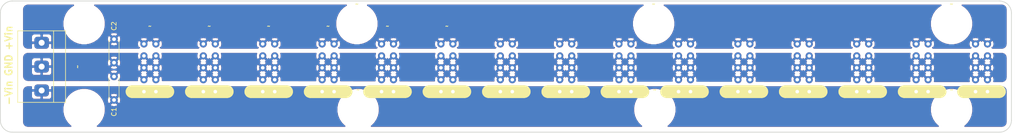
<source format=kicad_pcb>
(kicad_pcb (version 20171130) (host pcbnew "(5.1.0)-1")
  (layers (0 F.Cu signal) (31 B.Cu signal) (34 B.Paste user) (35 F.Paste user) (36 B.SilkS user) (37 F.SilkS user) (38 B.Mask user) (39 F.Mask user) (44 Edge.Cuts user))
  (net 0 "")
  (net 1 -12V)
  (net 2 GND)
  (net 3 +12V)
  (module KraakenStuff:MountingHole_3.2mm_M3_with_clearance (layer F.Cu) (at 39.37 27.686)
    (fp_text reference "" (at 0 -4.2) (layer F.SilkS))
    (fp_text value MountingHole_3.2mm_M3_with_clearance)
    (pad "" np_thru_hole circle (at 0 0) (size 3.2 3.2) (drill 3.2) (layers *.Cu *.Mask) (clearance 2.8))
  )
  (module KraakenStuff:MountingHole_3.2mm_M3_with_clearance (layer F.Cu) (at 39.37 45.974)
    (fp_text reference "" (at 0 -4.2) (layer F.SilkS))
    (fp_text value MountingHole_3.2mm_M3_with_clearance)
    (pad "" np_thru_hole circle (at 0 0) (size 3.2 3.2) (drill 3.2) (layers *.Cu *.Mask) (clearance 2.8))
  )
  (module KraakenStuff:MountingHole_3.2mm_M3_with_clearance (layer F.Cu) (at 223.52 45.974)
    (fp_text reference ~ (at 0 -4.2) (layer F.SilkS))
    (fp_text value MountingHole_3.2mm_M3_with_clearance)
    (pad "" np_thru_hole circle (at 0 0) (size 3.2 3.2) (drill 3.2) (layers *.Cu *.Mask) (clearance 2.8))
  )
  (module KraakenStuff:MountingHole_3.2mm_M3_with_clearance (layer F.Cu) (at 160.528 45.974)
    (fp_text reference ~ (at 0 -4.2) (layer F.SilkS))
    (fp_text value MountingHole_3.2mm_M3_with_clearance)
    (pad "" np_thru_hole circle (at 0 0) (size 3.2 3.2) (drill 3.2) (layers *.Cu *.Mask) (clearance 2.8))
  )
  (module KraakenStuff:MountingHole_3.2mm_M3_with_clearance (layer F.Cu) (at 97.536 45.974)
    (fp_text reference ~ (at 0 -4.2) (layer F.SilkS))
    (fp_text value MountingHole_3.2mm_M3_with_clearance)
    (pad "" np_thru_hole circle (at 0 0) (size 3.2 3.2) (drill 3.2) (layers *.Cu *.Mask) (clearance 2.8))
  )
  (module KraakenStuff:MountingHole_3.2mm_M3_with_clearance (layer F.Cu) (at 223.52 27.686)
    (fp_text reference ~ (at 0 -4.2) (layer F.SilkS))
    (fp_text value MountingHole_3.2mm_M3_with_clearance)
    (pad "" np_thru_hole circle (at 0 0) (size 3.2 3.2) (drill 3.2) (layers *.Cu *.Mask) (clearance 2.8))
  )
  (module KraakenStuff:MountingHole_3.2mm_M3_with_clearance (layer F.Cu) (at 160.274 27.686)
    (fp_text reference ~ (at 0 -4.2) (layer F.SilkS))
    (fp_text value MountingHole_3.2mm_M3_with_clearance)
    (pad "" np_thru_hole circle (at 0 0) (size 3.2 3.2) (drill 3.2) (layers *.Cu *.Mask) (clearance 2.8))
  )
  (module KraakenStuff:MountingHole_3.2mm_M3_with_clearance (layer F.Cu) (at 97.282 27.686)
    (fp_text reference ~ (at 0 -4.2) (layer F.SilkS))
    (fp_text value MountingHole_3.2mm_M3_with_clearance)
    (pad "" np_thru_hole circle (at 0 0) (size 3.2 3.2) (drill 3.2) (layers *.Cu *.Mask) (clearance 2.8))
  )
  (module KraakenStuff:EuroHeader10 (layer F.Cu) (at 116.386425 37.084 180)
    (fp_text reference ~ (at 0 8.89 180) (layer F.SilkS))
    (fp_text value EuroPower)
    (fp_poly (pts (xy -3.84048 -6.36524) (xy 3.92684 -6.36524) (xy 4.59232 -6.08076) (xy 5.02412 -5.51688) (xy 5.07492 -4.84632) (xy 4.72948 -4.22656) (xy 4.2672 -3.87096) (xy 3.69316 -3.82016) (xy -4.02844 -3.83032) (xy -4.572 -4.064) (xy -5.00888 -4.62788) (xy -5.07492 -5.27304) (xy -4.84124 -5.842) (xy -4.33832 -6.23824) (xy -3.81508 -6.36524)) (layer F.SilkS) (width 0.1))
    (fp_arc (start -3.81 -5.08) (end -3.81 -6.35) (angle -180) (layer F.SilkS) (width 0.15))
    (fp_arc (start 3.81 -5.08) (end 3.81 -3.81) (angle -180) (layer F.SilkS) (width 0.15))
    (fp_line (start 3.81 -3.81) (end -3.81 -3.81) (layer F.SilkS) (width 0.15))
    (fp_line (start -3.81 -6.35) (end 3.81 -6.35) (layer F.SilkS) (width 0.15))
    (pad 10 thru_hole circle (at 1.27 5.08 180) (size 1.524 1.524) (drill 0.762) (layers *.Cu *.Mask) (net 3 +12V))
    (pad 9 thru_hole circle (at -1.27 5.08 180) (size 1.524 1.524) (drill 0.762) (layers *.Cu *.Mask) (net 3 +12V))
    (pad 8 thru_hole circle (at 1.27 2.54 180) (size 1.524 1.524) (drill 0.762) (layers *.Cu *.Mask) (net 2 GND))
    (pad 7 thru_hole circle (at -1.27 2.54 180) (size 1.524 1.524) (drill 0.762) (layers *.Cu *.Mask) (net 2 GND))
    (pad 6 thru_hole circle (at 1.27 0 180) (size 1.524 1.524) (drill 0.762) (layers *.Cu *.Mask) (net 2 GND))
    (pad 5 thru_hole circle (at -1.27 0 180) (size 1.524 1.524) (drill 0.762) (layers *.Cu *.Mask) (net 2 GND))
    (pad 4 thru_hole circle (at 1.27 -2.54 180) (size 1.524 1.524) (drill 0.762) (layers *.Cu *.Mask) (net 2 GND))
    (pad 3 thru_hole circle (at -1.27 -2.54 180) (size 1.524 1.524) (drill 0.762) (layers *.Cu *.Mask) (net 2 GND))
    (pad 2 thru_hole circle (at 1.27 -5.08 180) (size 1.524 1.524) (drill 0.762) (layers *.Cu *.Mask) (net 1 -12V))
    (pad 1 thru_hole rect (at -1.27 -5.08 180) (size 1.524 1.524) (drill 0.762) (layers *.Cu *.Mask) (net 1 -12V))
  )
  (module KraakenStuff:EuroHeader10 (layer F.Cu) (at 78.55857 37.084 180)
    (fp_text reference ~ (at 0 8.89 180) (layer F.SilkS))
    (fp_text value EuroPower)
    (fp_poly (pts (xy -3.84048 -6.36524) (xy 3.92684 -6.36524) (xy 4.59232 -6.08076) (xy 5.02412 -5.51688) (xy 5.07492 -4.84632) (xy 4.72948 -4.22656) (xy 4.2672 -3.87096) (xy 3.69316 -3.82016) (xy -4.02844 -3.83032) (xy -4.572 -4.064) (xy -5.00888 -4.62788) (xy -5.07492 -5.27304) (xy -4.84124 -5.842) (xy -4.33832 -6.23824) (xy -3.81508 -6.36524)) (layer F.SilkS) (width 0.1))
    (fp_arc (start -3.81 -5.08) (end -3.81 -6.35) (angle -180) (layer F.SilkS) (width 0.15))
    (fp_arc (start 3.81 -5.08) (end 3.81 -3.81) (angle -180) (layer F.SilkS) (width 0.15))
    (fp_line (start 3.81 -3.81) (end -3.81 -3.81) (layer F.SilkS) (width 0.15))
    (fp_line (start -3.81 -6.35) (end 3.81 -6.35) (layer F.SilkS) (width 0.15))
    (pad 10 thru_hole circle (at 1.27 5.08 180) (size 1.524 1.524) (drill 0.762) (layers *.Cu *.Mask) (net 3 +12V))
    (pad 9 thru_hole circle (at -1.27 5.08 180) (size 1.524 1.524) (drill 0.762) (layers *.Cu *.Mask) (net 3 +12V))
    (pad 8 thru_hole circle (at 1.27 2.54 180) (size 1.524 1.524) (drill 0.762) (layers *.Cu *.Mask) (net 2 GND))
    (pad 7 thru_hole circle (at -1.27 2.54 180) (size 1.524 1.524) (drill 0.762) (layers *.Cu *.Mask) (net 2 GND))
    (pad 6 thru_hole circle (at 1.27 0 180) (size 1.524 1.524) (drill 0.762) (layers *.Cu *.Mask) (net 2 GND))
    (pad 5 thru_hole circle (at -1.27 0 180) (size 1.524 1.524) (drill 0.762) (layers *.Cu *.Mask) (net 2 GND))
    (pad 4 thru_hole circle (at 1.27 -2.54 180) (size 1.524 1.524) (drill 0.762) (layers *.Cu *.Mask) (net 2 GND))
    (pad 3 thru_hole circle (at -1.27 -2.54 180) (size 1.524 1.524) (drill 0.762) (layers *.Cu *.Mask) (net 2 GND))
    (pad 2 thru_hole circle (at 1.27 -5.08 180) (size 1.524 1.524) (drill 0.762) (layers *.Cu *.Mask) (net 1 -12V))
    (pad 1 thru_hole rect (at -1.27 -5.08 180) (size 1.524 1.524) (drill 0.762) (layers *.Cu *.Mask) (net 1 -12V))
  )
  (module KraakenStuff:EuroHeader10 (layer F.Cu) (at 91.167855 37.084 180)
    (fp_text reference ~ (at 0 8.89 180) (layer F.SilkS))
    (fp_text value EuroPower)
    (fp_poly (pts (xy -3.84048 -6.36524) (xy 3.92684 -6.36524) (xy 4.59232 -6.08076) (xy 5.02412 -5.51688) (xy 5.07492 -4.84632) (xy 4.72948 -4.22656) (xy 4.2672 -3.87096) (xy 3.69316 -3.82016) (xy -4.02844 -3.83032) (xy -4.572 -4.064) (xy -5.00888 -4.62788) (xy -5.07492 -5.27304) (xy -4.84124 -5.842) (xy -4.33832 -6.23824) (xy -3.81508 -6.36524)) (layer F.SilkS) (width 0.1))
    (fp_arc (start -3.81 -5.08) (end -3.81 -6.35) (angle -180) (layer F.SilkS) (width 0.15))
    (fp_arc (start 3.81 -5.08) (end 3.81 -3.81) (angle -180) (layer F.SilkS) (width 0.15))
    (fp_line (start 3.81 -3.81) (end -3.81 -3.81) (layer F.SilkS) (width 0.15))
    (fp_line (start -3.81 -6.35) (end 3.81 -6.35) (layer F.SilkS) (width 0.15))
    (pad 10 thru_hole circle (at 1.27 5.08 180) (size 1.524 1.524) (drill 0.762) (layers *.Cu *.Mask) (net 3 +12V))
    (pad 9 thru_hole circle (at -1.27 5.08 180) (size 1.524 1.524) (drill 0.762) (layers *.Cu *.Mask) (net 3 +12V))
    (pad 8 thru_hole circle (at 1.27 2.54 180) (size 1.524 1.524) (drill 0.762) (layers *.Cu *.Mask) (net 2 GND))
    (pad 7 thru_hole circle (at -1.27 2.54 180) (size 1.524 1.524) (drill 0.762) (layers *.Cu *.Mask) (net 2 GND))
    (pad 6 thru_hole circle (at 1.27 0 180) (size 1.524 1.524) (drill 0.762) (layers *.Cu *.Mask) (net 2 GND))
    (pad 5 thru_hole circle (at -1.27 0 180) (size 1.524 1.524) (drill 0.762) (layers *.Cu *.Mask) (net 2 GND))
    (pad 4 thru_hole circle (at 1.27 -2.54 180) (size 1.524 1.524) (drill 0.762) (layers *.Cu *.Mask) (net 2 GND))
    (pad 3 thru_hole circle (at -1.27 -2.54 180) (size 1.524 1.524) (drill 0.762) (layers *.Cu *.Mask) (net 2 GND))
    (pad 2 thru_hole circle (at 1.27 -5.08 180) (size 1.524 1.524) (drill 0.762) (layers *.Cu *.Mask) (net 1 -12V))
    (pad 1 thru_hole rect (at -1.27 -5.08 180) (size 1.524 1.524) (drill 0.762) (layers *.Cu *.Mask) (net 1 -12V))
  )
  (module KraakenStuff:EuroHeader10 (layer F.Cu) (at 65.949285 37.084 180)
    (fp_text reference ~ (at 0 8.89 180) (layer F.SilkS))
    (fp_text value EuroPower)
    (fp_poly (pts (xy -3.84048 -6.36524) (xy 3.92684 -6.36524) (xy 4.59232 -6.08076) (xy 5.02412 -5.51688) (xy 5.07492 -4.84632) (xy 4.72948 -4.22656) (xy 4.2672 -3.87096) (xy 3.69316 -3.82016) (xy -4.02844 -3.83032) (xy -4.572 -4.064) (xy -5.00888 -4.62788) (xy -5.07492 -5.27304) (xy -4.84124 -5.842) (xy -4.33832 -6.23824) (xy -3.81508 -6.36524)) (layer F.SilkS) (width 0.1))
    (fp_arc (start -3.81 -5.08) (end -3.81 -6.35) (angle -180) (layer F.SilkS) (width 0.15))
    (fp_arc (start 3.81 -5.08) (end 3.81 -3.81) (angle -180) (layer F.SilkS) (width 0.15))
    (fp_line (start 3.81 -3.81) (end -3.81 -3.81) (layer F.SilkS) (width 0.15))
    (fp_line (start -3.81 -6.35) (end 3.81 -6.35) (layer F.SilkS) (width 0.15))
    (pad 10 thru_hole circle (at 1.27 5.08 180) (size 1.524 1.524) (drill 0.762) (layers *.Cu *.Mask) (net 3 +12V))
    (pad 9 thru_hole circle (at -1.27 5.08 180) (size 1.524 1.524) (drill 0.762) (layers *.Cu *.Mask) (net 3 +12V))
    (pad 8 thru_hole circle (at 1.27 2.54 180) (size 1.524 1.524) (drill 0.762) (layers *.Cu *.Mask) (net 2 GND))
    (pad 7 thru_hole circle (at -1.27 2.54 180) (size 1.524 1.524) (drill 0.762) (layers *.Cu *.Mask) (net 2 GND))
    (pad 6 thru_hole circle (at 1.27 0 180) (size 1.524 1.524) (drill 0.762) (layers *.Cu *.Mask) (net 2 GND))
    (pad 5 thru_hole circle (at -1.27 0 180) (size 1.524 1.524) (drill 0.762) (layers *.Cu *.Mask) (net 2 GND))
    (pad 4 thru_hole circle (at 1.27 -2.54 180) (size 1.524 1.524) (drill 0.762) (layers *.Cu *.Mask) (net 2 GND))
    (pad 3 thru_hole circle (at -1.27 -2.54 180) (size 1.524 1.524) (drill 0.762) (layers *.Cu *.Mask) (net 2 GND))
    (pad 2 thru_hole circle (at 1.27 -5.08 180) (size 1.524 1.524) (drill 0.762) (layers *.Cu *.Mask) (net 1 -12V))
    (pad 1 thru_hole rect (at -1.27 -5.08 180) (size 1.524 1.524) (drill 0.762) (layers *.Cu *.Mask) (net 1 -12V))
  )
  (module KraakenStuff:EuroHeader10 (layer F.Cu) (at 53.34 37.084 180)
    (fp_text reference ~ (at 0 8.89 180) (layer F.SilkS))
    (fp_text value EuroPower)
    (fp_poly (pts (xy -3.84048 -6.36524) (xy 3.92684 -6.36524) (xy 4.59232 -6.08076) (xy 5.02412 -5.51688) (xy 5.07492 -4.84632) (xy 4.72948 -4.22656) (xy 4.2672 -3.87096) (xy 3.69316 -3.82016) (xy -4.02844 -3.83032) (xy -4.572 -4.064) (xy -5.00888 -4.62788) (xy -5.07492 -5.27304) (xy -4.84124 -5.842) (xy -4.33832 -6.23824) (xy -3.81508 -6.36524)) (layer F.SilkS) (width 0.1))
    (fp_arc (start -3.81 -5.08) (end -3.81 -6.35) (angle -180) (layer F.SilkS) (width 0.15))
    (fp_arc (start 3.81 -5.08) (end 3.81 -3.81) (angle -180) (layer F.SilkS) (width 0.15))
    (fp_line (start 3.81 -3.81) (end -3.81 -3.81) (layer F.SilkS) (width 0.15))
    (fp_line (start -3.81 -6.35) (end 3.81 -6.35) (layer F.SilkS) (width 0.15))
    (pad 10 thru_hole circle (at 1.27 5.08 180) (size 1.524 1.524) (drill 0.762) (layers *.Cu *.Mask) (net 3 +12V))
    (pad 9 thru_hole circle (at -1.27 5.08 180) (size 1.524 1.524) (drill 0.762) (layers *.Cu *.Mask) (net 3 +12V))
    (pad 8 thru_hole circle (at 1.27 2.54 180) (size 1.524 1.524) (drill 0.762) (layers *.Cu *.Mask) (net 2 GND))
    (pad 7 thru_hole circle (at -1.27 2.54 180) (size 1.524 1.524) (drill 0.762) (layers *.Cu *.Mask) (net 2 GND))
    (pad 6 thru_hole circle (at 1.27 0 180) (size 1.524 1.524) (drill 0.762) (layers *.Cu *.Mask) (net 2 GND))
    (pad 5 thru_hole circle (at -1.27 0 180) (size 1.524 1.524) (drill 0.762) (layers *.Cu *.Mask) (net 2 GND))
    (pad 4 thru_hole circle (at 1.27 -2.54 180) (size 1.524 1.524) (drill 0.762) (layers *.Cu *.Mask) (net 2 GND))
    (pad 3 thru_hole circle (at -1.27 -2.54 180) (size 1.524 1.524) (drill 0.762) (layers *.Cu *.Mask) (net 2 GND))
    (pad 2 thru_hole circle (at 1.27 -5.08 180) (size 1.524 1.524) (drill 0.762) (layers *.Cu *.Mask) (net 1 -12V))
    (pad 1 thru_hole rect (at -1.27 -5.08 180) (size 1.524 1.524) (drill 0.762) (layers *.Cu *.Mask) (net 1 -12V))
  )
  (module KraakenStuff:EuroHeader10 (layer F.Cu) (at 103.77714 37.084 180)
    (fp_text reference ~ (at 0 8.89 180) (layer F.SilkS))
    (fp_text value EuroPower)
    (fp_poly (pts (xy -3.84048 -6.36524) (xy 3.92684 -6.36524) (xy 4.59232 -6.08076) (xy 5.02412 -5.51688) (xy 5.07492 -4.84632) (xy 4.72948 -4.22656) (xy 4.2672 -3.87096) (xy 3.69316 -3.82016) (xy -4.02844 -3.83032) (xy -4.572 -4.064) (xy -5.00888 -4.62788) (xy -5.07492 -5.27304) (xy -4.84124 -5.842) (xy -4.33832 -6.23824) (xy -3.81508 -6.36524)) (layer F.SilkS) (width 0.1))
    (fp_arc (start -3.81 -5.08) (end -3.81 -6.35) (angle -180) (layer F.SilkS) (width 0.15))
    (fp_arc (start 3.81 -5.08) (end 3.81 -3.81) (angle -180) (layer F.SilkS) (width 0.15))
    (fp_line (start 3.81 -3.81) (end -3.81 -3.81) (layer F.SilkS) (width 0.15))
    (fp_line (start -3.81 -6.35) (end 3.81 -6.35) (layer F.SilkS) (width 0.15))
    (pad 10 thru_hole circle (at 1.27 5.08 180) (size 1.524 1.524) (drill 0.762) (layers *.Cu *.Mask) (net 3 +12V))
    (pad 9 thru_hole circle (at -1.27 5.08 180) (size 1.524 1.524) (drill 0.762) (layers *.Cu *.Mask) (net 3 +12V))
    (pad 8 thru_hole circle (at 1.27 2.54 180) (size 1.524 1.524) (drill 0.762) (layers *.Cu *.Mask) (net 2 GND))
    (pad 7 thru_hole circle (at -1.27 2.54 180) (size 1.524 1.524) (drill 0.762) (layers *.Cu *.Mask) (net 2 GND))
    (pad 6 thru_hole circle (at 1.27 0 180) (size 1.524 1.524) (drill 0.762) (layers *.Cu *.Mask) (net 2 GND))
    (pad 5 thru_hole circle (at -1.27 0 180) (size 1.524 1.524) (drill 0.762) (layers *.Cu *.Mask) (net 2 GND))
    (pad 4 thru_hole circle (at 1.27 -2.54 180) (size 1.524 1.524) (drill 0.762) (layers *.Cu *.Mask) (net 2 GND))
    (pad 3 thru_hole circle (at -1.27 -2.54 180) (size 1.524 1.524) (drill 0.762) (layers *.Cu *.Mask) (net 2 GND))
    (pad 2 thru_hole circle (at 1.27 -5.08 180) (size 1.524 1.524) (drill 0.762) (layers *.Cu *.Mask) (net 1 -12V))
    (pad 1 thru_hole rect (at -1.27 -5.08 180) (size 1.524 1.524) (drill 0.762) (layers *.Cu *.Mask) (net 1 -12V))
  )
  (module KraakenStuff:EuroHeader10 (layer F.Cu) (at 128.99571 37.084 180)
    (fp_text reference "" (at 0 8.89 180) (layer F.SilkS))
    (fp_text value EuroPower)
    (fp_poly (pts (xy -3.84048 -6.36524) (xy 3.92684 -6.36524) (xy 4.59232 -6.08076) (xy 5.02412 -5.51688) (xy 5.07492 -4.84632) (xy 4.72948 -4.22656) (xy 4.2672 -3.87096) (xy 3.69316 -3.82016) (xy -4.02844 -3.83032) (xy -4.572 -4.064) (xy -5.00888 -4.62788) (xy -5.07492 -5.27304) (xy -4.84124 -5.842) (xy -4.33832 -6.23824) (xy -3.81508 -6.36524)) (layer F.SilkS) (width 0.1))
    (fp_arc (start -3.81 -5.08) (end -3.81 -6.35) (angle -180) (layer F.SilkS) (width 0.15))
    (fp_arc (start 3.81 -5.08) (end 3.81 -3.81) (angle -180) (layer F.SilkS) (width 0.15))
    (fp_line (start 3.81 -3.81) (end -3.81 -3.81) (layer F.SilkS) (width 0.15))
    (fp_line (start -3.81 -6.35) (end 3.81 -6.35) (layer F.SilkS) (width 0.15))
    (pad 10 thru_hole circle (at 1.27 5.08 180) (size 1.524 1.524) (drill 0.762) (layers *.Cu *.Mask) (net 3 +12V))
    (pad 9 thru_hole circle (at -1.27 5.08 180) (size 1.524 1.524) (drill 0.762) (layers *.Cu *.Mask) (net 3 +12V))
    (pad 8 thru_hole circle (at 1.27 2.54 180) (size 1.524 1.524) (drill 0.762) (layers *.Cu *.Mask) (net 2 GND))
    (pad 7 thru_hole circle (at -1.27 2.54 180) (size 1.524 1.524) (drill 0.762) (layers *.Cu *.Mask) (net 2 GND))
    (pad 6 thru_hole circle (at 1.27 0 180) (size 1.524 1.524) (drill 0.762) (layers *.Cu *.Mask) (net 2 GND))
    (pad 5 thru_hole circle (at -1.27 0 180) (size 1.524 1.524) (drill 0.762) (layers *.Cu *.Mask) (net 2 GND))
    (pad 4 thru_hole circle (at 1.27 -2.54 180) (size 1.524 1.524) (drill 0.762) (layers *.Cu *.Mask) (net 2 GND))
    (pad 3 thru_hole circle (at -1.27 -2.54 180) (size 1.524 1.524) (drill 0.762) (layers *.Cu *.Mask) (net 2 GND))
    (pad 2 thru_hole circle (at 1.27 -5.08 180) (size 1.524 1.524) (drill 0.762) (layers *.Cu *.Mask) (net 1 -12V))
    (pad 1 thru_hole rect (at -1.27 -5.08 180) (size 1.524 1.524) (drill 0.762) (layers *.Cu *.Mask) (net 1 -12V))
  )
  (module KraakenStuff:EuroHeader10 (layer F.Cu) (at 141.604995 37.084 180)
    (fp_text reference "" (at 0 8.89 180) (layer F.SilkS))
    (fp_text value EuroPower)
    (fp_poly (pts (xy -3.84048 -6.36524) (xy 3.92684 -6.36524) (xy 4.59232 -6.08076) (xy 5.02412 -5.51688) (xy 5.07492 -4.84632) (xy 4.72948 -4.22656) (xy 4.2672 -3.87096) (xy 3.69316 -3.82016) (xy -4.02844 -3.83032) (xy -4.572 -4.064) (xy -5.00888 -4.62788) (xy -5.07492 -5.27304) (xy -4.84124 -5.842) (xy -4.33832 -6.23824) (xy -3.81508 -6.36524)) (layer F.SilkS) (width 0.1))
    (fp_arc (start -3.81 -5.08) (end -3.81 -6.35) (angle -180) (layer F.SilkS) (width 0.15))
    (fp_arc (start 3.81 -5.08) (end 3.81 -3.81) (angle -180) (layer F.SilkS) (width 0.15))
    (fp_line (start 3.81 -3.81) (end -3.81 -3.81) (layer F.SilkS) (width 0.15))
    (fp_line (start -3.81 -6.35) (end 3.81 -6.35) (layer F.SilkS) (width 0.15))
    (pad 10 thru_hole circle (at 1.27 5.08 180) (size 1.524 1.524) (drill 0.762) (layers *.Cu *.Mask) (net 3 +12V))
    (pad 9 thru_hole circle (at -1.27 5.08 180) (size 1.524 1.524) (drill 0.762) (layers *.Cu *.Mask) (net 3 +12V))
    (pad 8 thru_hole circle (at 1.27 2.54 180) (size 1.524 1.524) (drill 0.762) (layers *.Cu *.Mask) (net 2 GND))
    (pad 7 thru_hole circle (at -1.27 2.54 180) (size 1.524 1.524) (drill 0.762) (layers *.Cu *.Mask) (net 2 GND))
    (pad 6 thru_hole circle (at 1.27 0 180) (size 1.524 1.524) (drill 0.762) (layers *.Cu *.Mask) (net 2 GND))
    (pad 5 thru_hole circle (at -1.27 0 180) (size 1.524 1.524) (drill 0.762) (layers *.Cu *.Mask) (net 2 GND))
    (pad 4 thru_hole circle (at 1.27 -2.54 180) (size 1.524 1.524) (drill 0.762) (layers *.Cu *.Mask) (net 2 GND))
    (pad 3 thru_hole circle (at -1.27 -2.54 180) (size 1.524 1.524) (drill 0.762) (layers *.Cu *.Mask) (net 2 GND))
    (pad 2 thru_hole circle (at 1.27 -5.08 180) (size 1.524 1.524) (drill 0.762) (layers *.Cu *.Mask) (net 1 -12V))
    (pad 1 thru_hole rect (at -1.27 -5.08 180) (size 1.524 1.524) (drill 0.762) (layers *.Cu *.Mask) (net 1 -12V))
  )
  (module KraakenStuff:EuroHeader10 (layer F.Cu) (at 166.823565 37.084 180)
    (fp_text reference "" (at 0 8.89 180) (layer F.SilkS))
    (fp_text value EuroPower)
    (fp_poly (pts (xy -3.84048 -6.36524) (xy 3.92684 -6.36524) (xy 4.59232 -6.08076) (xy 5.02412 -5.51688) (xy 5.07492 -4.84632) (xy 4.72948 -4.22656) (xy 4.2672 -3.87096) (xy 3.69316 -3.82016) (xy -4.02844 -3.83032) (xy -4.572 -4.064) (xy -5.00888 -4.62788) (xy -5.07492 -5.27304) (xy -4.84124 -5.842) (xy -4.33832 -6.23824) (xy -3.81508 -6.36524)) (layer F.SilkS) (width 0.1))
    (fp_arc (start -3.81 -5.08) (end -3.81 -6.35) (angle -180) (layer F.SilkS) (width 0.15))
    (fp_arc (start 3.81 -5.08) (end 3.81 -3.81) (angle -180) (layer F.SilkS) (width 0.15))
    (fp_line (start 3.81 -3.81) (end -3.81 -3.81) (layer F.SilkS) (width 0.15))
    (fp_line (start -3.81 -6.35) (end 3.81 -6.35) (layer F.SilkS) (width 0.15))
    (pad 10 thru_hole circle (at 1.27 5.08 180) (size 1.524 1.524) (drill 0.762) (layers *.Cu *.Mask) (net 3 +12V))
    (pad 9 thru_hole circle (at -1.27 5.08 180) (size 1.524 1.524) (drill 0.762) (layers *.Cu *.Mask) (net 3 +12V))
    (pad 8 thru_hole circle (at 1.27 2.54 180) (size 1.524 1.524) (drill 0.762) (layers *.Cu *.Mask) (net 2 GND))
    (pad 7 thru_hole circle (at -1.27 2.54 180) (size 1.524 1.524) (drill 0.762) (layers *.Cu *.Mask) (net 2 GND))
    (pad 6 thru_hole circle (at 1.27 0 180) (size 1.524 1.524) (drill 0.762) (layers *.Cu *.Mask) (net 2 GND))
    (pad 5 thru_hole circle (at -1.27 0 180) (size 1.524 1.524) (drill 0.762) (layers *.Cu *.Mask) (net 2 GND))
    (pad 4 thru_hole circle (at 1.27 -2.54 180) (size 1.524 1.524) (drill 0.762) (layers *.Cu *.Mask) (net 2 GND))
    (pad 3 thru_hole circle (at -1.27 -2.54 180) (size 1.524 1.524) (drill 0.762) (layers *.Cu *.Mask) (net 2 GND))
    (pad 2 thru_hole circle (at 1.27 -5.08 180) (size 1.524 1.524) (drill 0.762) (layers *.Cu *.Mask) (net 1 -12V))
    (pad 1 thru_hole rect (at -1.27 -5.08 180) (size 1.524 1.524) (drill 0.762) (layers *.Cu *.Mask) (net 1 -12V))
  )
  (module KraakenStuff:EuroHeader10 (layer F.Cu) (at 179.43285 37.084 180)
    (fp_text reference "" (at 0 8.89 180) (layer F.SilkS))
    (fp_text value EuroPower)
    (fp_poly (pts (xy -3.84048 -6.36524) (xy 3.92684 -6.36524) (xy 4.59232 -6.08076) (xy 5.02412 -5.51688) (xy 5.07492 -4.84632) (xy 4.72948 -4.22656) (xy 4.2672 -3.87096) (xy 3.69316 -3.82016) (xy -4.02844 -3.83032) (xy -4.572 -4.064) (xy -5.00888 -4.62788) (xy -5.07492 -5.27304) (xy -4.84124 -5.842) (xy -4.33832 -6.23824) (xy -3.81508 -6.36524)) (layer F.SilkS) (width 0.1))
    (fp_arc (start -3.81 -5.08) (end -3.81 -6.35) (angle -180) (layer F.SilkS) (width 0.15))
    (fp_arc (start 3.81 -5.08) (end 3.81 -3.81) (angle -180) (layer F.SilkS) (width 0.15))
    (fp_line (start 3.81 -3.81) (end -3.81 -3.81) (layer F.SilkS) (width 0.15))
    (fp_line (start -3.81 -6.35) (end 3.81 -6.35) (layer F.SilkS) (width 0.15))
    (pad 10 thru_hole circle (at 1.27 5.08 180) (size 1.524 1.524) (drill 0.762) (layers *.Cu *.Mask) (net 3 +12V))
    (pad 9 thru_hole circle (at -1.27 5.08 180) (size 1.524 1.524) (drill 0.762) (layers *.Cu *.Mask) (net 3 +12V))
    (pad 8 thru_hole circle (at 1.27 2.54 180) (size 1.524 1.524) (drill 0.762) (layers *.Cu *.Mask) (net 2 GND))
    (pad 7 thru_hole circle (at -1.27 2.54 180) (size 1.524 1.524) (drill 0.762) (layers *.Cu *.Mask) (net 2 GND))
    (pad 6 thru_hole circle (at 1.27 0 180) (size 1.524 1.524) (drill 0.762) (layers *.Cu *.Mask) (net 2 GND))
    (pad 5 thru_hole circle (at -1.27 0 180) (size 1.524 1.524) (drill 0.762) (layers *.Cu *.Mask) (net 2 GND))
    (pad 4 thru_hole circle (at 1.27 -2.54 180) (size 1.524 1.524) (drill 0.762) (layers *.Cu *.Mask) (net 2 GND))
    (pad 3 thru_hole circle (at -1.27 -2.54 180) (size 1.524 1.524) (drill 0.762) (layers *.Cu *.Mask) (net 2 GND))
    (pad 2 thru_hole circle (at 1.27 -5.08 180) (size 1.524 1.524) (drill 0.762) (layers *.Cu *.Mask) (net 1 -12V))
    (pad 1 thru_hole rect (at -1.27 -5.08 180) (size 1.524 1.524) (drill 0.762) (layers *.Cu *.Mask) (net 1 -12V))
  )
  (module KraakenStuff:EuroHeader10 (layer F.Cu) (at 192.024 37.084 180)
    (fp_text reference "" (at 0 8.89 180) (layer F.SilkS))
    (fp_text value EuroPower)
    (fp_poly (pts (xy -3.84048 -6.36524) (xy 3.92684 -6.36524) (xy 4.59232 -6.08076) (xy 5.02412 -5.51688) (xy 5.07492 -4.84632) (xy 4.72948 -4.22656) (xy 4.2672 -3.87096) (xy 3.69316 -3.82016) (xy -4.02844 -3.83032) (xy -4.572 -4.064) (xy -5.00888 -4.62788) (xy -5.07492 -5.27304) (xy -4.84124 -5.842) (xy -4.33832 -6.23824) (xy -3.81508 -6.36524)) (layer F.SilkS) (width 0.1))
    (fp_arc (start -3.81 -5.08) (end -3.81 -6.35) (angle -180) (layer F.SilkS) (width 0.15))
    (fp_arc (start 3.81 -5.08) (end 3.81 -3.81) (angle -180) (layer F.SilkS) (width 0.15))
    (fp_line (start 3.81 -3.81) (end -3.81 -3.81) (layer F.SilkS) (width 0.15))
    (fp_line (start -3.81 -6.35) (end 3.81 -6.35) (layer F.SilkS) (width 0.15))
    (pad 10 thru_hole circle (at 1.27 5.08 180) (size 1.524 1.524) (drill 0.762) (layers *.Cu *.Mask) (net 3 +12V))
    (pad 9 thru_hole circle (at -1.27 5.08 180) (size 1.524 1.524) (drill 0.762) (layers *.Cu *.Mask) (net 3 +12V))
    (pad 8 thru_hole circle (at 1.27 2.54 180) (size 1.524 1.524) (drill 0.762) (layers *.Cu *.Mask) (net 2 GND))
    (pad 7 thru_hole circle (at -1.27 2.54 180) (size 1.524 1.524) (drill 0.762) (layers *.Cu *.Mask) (net 2 GND))
    (pad 6 thru_hole circle (at 1.27 0 180) (size 1.524 1.524) (drill 0.762) (layers *.Cu *.Mask) (net 2 GND))
    (pad 5 thru_hole circle (at -1.27 0 180) (size 1.524 1.524) (drill 0.762) (layers *.Cu *.Mask) (net 2 GND))
    (pad 4 thru_hole circle (at 1.27 -2.54 180) (size 1.524 1.524) (drill 0.762) (layers *.Cu *.Mask) (net 2 GND))
    (pad 3 thru_hole circle (at -1.27 -2.54 180) (size 1.524 1.524) (drill 0.762) (layers *.Cu *.Mask) (net 2 GND))
    (pad 2 thru_hole circle (at 1.27 -5.08 180) (size 1.524 1.524) (drill 0.762) (layers *.Cu *.Mask) (net 1 -12V))
    (pad 1 thru_hole rect (at -1.27 -5.08 180) (size 1.524 1.524) (drill 0.762) (layers *.Cu *.Mask) (net 1 -12V))
  )
  (module KraakenStuff:EuroHeader10 (layer F.Cu) (at 204.65142 37.084 180)
    (fp_text reference "" (at 0 8.89 180) (layer F.SilkS))
    (fp_text value EuroPower)
    (fp_poly (pts (xy -3.84048 -6.36524) (xy 3.92684 -6.36524) (xy 4.59232 -6.08076) (xy 5.02412 -5.51688) (xy 5.07492 -4.84632) (xy 4.72948 -4.22656) (xy 4.2672 -3.87096) (xy 3.69316 -3.82016) (xy -4.02844 -3.83032) (xy -4.572 -4.064) (xy -5.00888 -4.62788) (xy -5.07492 -5.27304) (xy -4.84124 -5.842) (xy -4.33832 -6.23824) (xy -3.81508 -6.36524)) (layer F.SilkS) (width 0.1))
    (fp_arc (start -3.81 -5.08) (end -3.81 -6.35) (angle -180) (layer F.SilkS) (width 0.15))
    (fp_arc (start 3.81 -5.08) (end 3.81 -3.81) (angle -180) (layer F.SilkS) (width 0.15))
    (fp_line (start 3.81 -3.81) (end -3.81 -3.81) (layer F.SilkS) (width 0.15))
    (fp_line (start -3.81 -6.35) (end 3.81 -6.35) (layer F.SilkS) (width 0.15))
    (pad 10 thru_hole circle (at 1.27 5.08 180) (size 1.524 1.524) (drill 0.762) (layers *.Cu *.Mask) (net 3 +12V))
    (pad 9 thru_hole circle (at -1.27 5.08 180) (size 1.524 1.524) (drill 0.762) (layers *.Cu *.Mask) (net 3 +12V))
    (pad 8 thru_hole circle (at 1.27 2.54 180) (size 1.524 1.524) (drill 0.762) (layers *.Cu *.Mask) (net 2 GND))
    (pad 7 thru_hole circle (at -1.27 2.54 180) (size 1.524 1.524) (drill 0.762) (layers *.Cu *.Mask) (net 2 GND))
    (pad 6 thru_hole circle (at 1.27 0 180) (size 1.524 1.524) (drill 0.762) (layers *.Cu *.Mask) (net 2 GND))
    (pad 5 thru_hole circle (at -1.27 0 180) (size 1.524 1.524) (drill 0.762) (layers *.Cu *.Mask) (net 2 GND))
    (pad 4 thru_hole circle (at 1.27 -2.54 180) (size 1.524 1.524) (drill 0.762) (layers *.Cu *.Mask) (net 2 GND))
    (pad 3 thru_hole circle (at -1.27 -2.54 180) (size 1.524 1.524) (drill 0.762) (layers *.Cu *.Mask) (net 2 GND))
    (pad 2 thru_hole circle (at 1.27 -5.08 180) (size 1.524 1.524) (drill 0.762) (layers *.Cu *.Mask) (net 1 -12V))
    (pad 1 thru_hole rect (at -1.27 -5.08 180) (size 1.524 1.524) (drill 0.762) (layers *.Cu *.Mask) (net 1 -12V))
  )
  (module KraakenStuff:EuroHeader10 (layer F.Cu) (at 217.260705 37.084 180)
    (fp_text reference "" (at 0 8.89 180) (layer F.SilkS))
    (fp_text value EuroPower)
    (fp_poly (pts (xy -3.84048 -6.36524) (xy 3.92684 -6.36524) (xy 4.59232 -6.08076) (xy 5.02412 -5.51688) (xy 5.07492 -4.84632) (xy 4.72948 -4.22656) (xy 4.2672 -3.87096) (xy 3.69316 -3.82016) (xy -4.02844 -3.83032) (xy -4.572 -4.064) (xy -5.00888 -4.62788) (xy -5.07492 -5.27304) (xy -4.84124 -5.842) (xy -4.33832 -6.23824) (xy -3.81508 -6.36524)) (layer F.SilkS) (width 0.1))
    (fp_arc (start -3.81 -5.08) (end -3.81 -6.35) (angle -180) (layer F.SilkS) (width 0.15))
    (fp_arc (start 3.81 -5.08) (end 3.81 -3.81) (angle -180) (layer F.SilkS) (width 0.15))
    (fp_line (start 3.81 -3.81) (end -3.81 -3.81) (layer F.SilkS) (width 0.15))
    (fp_line (start -3.81 -6.35) (end 3.81 -6.35) (layer F.SilkS) (width 0.15))
    (pad 10 thru_hole circle (at 1.27 5.08 180) (size 1.524 1.524) (drill 0.762) (layers *.Cu *.Mask) (net 3 +12V))
    (pad 9 thru_hole circle (at -1.27 5.08 180) (size 1.524 1.524) (drill 0.762) (layers *.Cu *.Mask) (net 3 +12V))
    (pad 8 thru_hole circle (at 1.27 2.54 180) (size 1.524 1.524) (drill 0.762) (layers *.Cu *.Mask) (net 2 GND))
    (pad 7 thru_hole circle (at -1.27 2.54 180) (size 1.524 1.524) (drill 0.762) (layers *.Cu *.Mask) (net 2 GND))
    (pad 6 thru_hole circle (at 1.27 0 180) (size 1.524 1.524) (drill 0.762) (layers *.Cu *.Mask) (net 2 GND))
    (pad 5 thru_hole circle (at -1.27 0 180) (size 1.524 1.524) (drill 0.762) (layers *.Cu *.Mask) (net 2 GND))
    (pad 4 thru_hole circle (at 1.27 -2.54 180) (size 1.524 1.524) (drill 0.762) (layers *.Cu *.Mask) (net 2 GND))
    (pad 3 thru_hole circle (at -1.27 -2.54 180) (size 1.524 1.524) (drill 0.762) (layers *.Cu *.Mask) (net 2 GND))
    (pad 2 thru_hole circle (at 1.27 -5.08 180) (size 1.524 1.524) (drill 0.762) (layers *.Cu *.Mask) (net 1 -12V))
    (pad 1 thru_hole rect (at -1.27 -5.08 180) (size 1.524 1.524) (drill 0.762) (layers *.Cu *.Mask) (net 1 -12V))
  )
  (module KraakenStuff:EuroHeader10 (layer F.Cu) (at 229.87 37.084 180)
    (fp_text reference "" (at 0 8.89 180) (layer F.SilkS))
    (fp_text value EuroPower)
    (fp_poly (pts (xy -3.84048 -6.36524) (xy 3.92684 -6.36524) (xy 4.59232 -6.08076) (xy 5.02412 -5.51688) (xy 5.07492 -4.84632) (xy 4.72948 -4.22656) (xy 4.2672 -3.87096) (xy 3.69316 -3.82016) (xy -4.02844 -3.83032) (xy -4.572 -4.064) (xy -5.00888 -4.62788) (xy -5.07492 -5.27304) (xy -4.84124 -5.842) (xy -4.33832 -6.23824) (xy -3.81508 -6.36524)) (layer F.SilkS) (width 0.1))
    (fp_arc (start -3.81 -5.08) (end -3.81 -6.35) (angle -180) (layer F.SilkS) (width 0.15))
    (fp_arc (start 3.81 -5.08) (end 3.81 -3.81) (angle -180) (layer F.SilkS) (width 0.15))
    (fp_line (start 3.81 -3.81) (end -3.81 -3.81) (layer F.SilkS) (width 0.15))
    (fp_line (start -3.81 -6.35) (end 3.81 -6.35) (layer F.SilkS) (width 0.15))
    (pad 10 thru_hole circle (at 1.27 5.08 180) (size 1.524 1.524) (drill 0.762) (layers *.Cu *.Mask) (net 3 +12V))
    (pad 9 thru_hole circle (at -1.27 5.08 180) (size 1.524 1.524) (drill 0.762) (layers *.Cu *.Mask) (net 3 +12V))
    (pad 8 thru_hole circle (at 1.27 2.54 180) (size 1.524 1.524) (drill 0.762) (layers *.Cu *.Mask) (net 2 GND))
    (pad 7 thru_hole circle (at -1.27 2.54 180) (size 1.524 1.524) (drill 0.762) (layers *.Cu *.Mask) (net 2 GND))
    (pad 6 thru_hole circle (at 1.27 0 180) (size 1.524 1.524) (drill 0.762) (layers *.Cu *.Mask) (net 2 GND))
    (pad 5 thru_hole circle (at -1.27 0 180) (size 1.524 1.524) (drill 0.762) (layers *.Cu *.Mask) (net 2 GND))
    (pad 4 thru_hole circle (at 1.27 -2.54 180) (size 1.524 1.524) (drill 0.762) (layers *.Cu *.Mask) (net 2 GND))
    (pad 3 thru_hole circle (at -1.27 -2.54 180) (size 1.524 1.524) (drill 0.762) (layers *.Cu *.Mask) (net 2 GND))
    (pad 2 thru_hole circle (at 1.27 -5.08 180) (size 1.524 1.524) (drill 0.762) (layers *.Cu *.Mask) (net 1 -12V))
    (pad 1 thru_hole rect (at -1.27 -5.08 180) (size 1.524 1.524) (drill 0.762) (layers *.Cu *.Mask) (net 1 -12V))
  )
  (module KraakenStuff:EuroHeader10 (layer F.Cu) (at 154.178 37.084 180)
    (fp_text reference "" (at 0 8.89 180) (layer F.SilkS))
    (fp_text value EuroPower)
    (fp_poly (pts (xy -3.84048 -6.36524) (xy 3.92684 -6.36524) (xy 4.59232 -6.08076) (xy 5.02412 -5.51688) (xy 5.07492 -4.84632) (xy 4.72948 -4.22656) (xy 4.2672 -3.87096) (xy 3.69316 -3.82016) (xy -4.02844 -3.83032) (xy -4.572 -4.064) (xy -5.00888 -4.62788) (xy -5.07492 -5.27304) (xy -4.84124 -5.842) (xy -4.33832 -6.23824) (xy -3.81508 -6.36524)) (layer F.SilkS) (width 0.1))
    (fp_arc (start -3.81 -5.08) (end -3.81 -6.35) (angle -180) (layer F.SilkS) (width 0.15))
    (fp_arc (start 3.81 -5.08) (end 3.81 -3.81) (angle -180) (layer F.SilkS) (width 0.15))
    (fp_line (start 3.81 -3.81) (end -3.81 -3.81) (layer F.SilkS) (width 0.15))
    (fp_line (start -3.81 -6.35) (end 3.81 -6.35) (layer F.SilkS) (width 0.15))
    (pad 10 thru_hole circle (at 1.27 5.08 180) (size 1.524 1.524) (drill 0.762) (layers *.Cu *.Mask) (net 3 +12V))
    (pad 9 thru_hole circle (at -1.27 5.08 180) (size 1.524 1.524) (drill 0.762) (layers *.Cu *.Mask) (net 3 +12V))
    (pad 8 thru_hole circle (at 1.27 2.54 180) (size 1.524 1.524) (drill 0.762) (layers *.Cu *.Mask) (net 2 GND))
    (pad 7 thru_hole circle (at -1.27 2.54 180) (size 1.524 1.524) (drill 0.762) (layers *.Cu *.Mask) (net 2 GND))
    (pad 6 thru_hole circle (at 1.27 0 180) (size 1.524 1.524) (drill 0.762) (layers *.Cu *.Mask) (net 2 GND))
    (pad 5 thru_hole circle (at -1.27 0 180) (size 1.524 1.524) (drill 0.762) (layers *.Cu *.Mask) (net 2 GND))
    (pad 4 thru_hole circle (at 1.27 -2.54 180) (size 1.524 1.524) (drill 0.762) (layers *.Cu *.Mask) (net 2 GND))
    (pad 3 thru_hole circle (at -1.27 -2.54 180) (size 1.524 1.524) (drill 0.762) (layers *.Cu *.Mask) (net 2 GND))
    (pad 2 thru_hole circle (at 1.27 -5.08 180) (size 1.524 1.524) (drill 0.762) (layers *.Cu *.Mask) (net 1 -12V))
    (pad 1 thru_hole rect (at -1.27 -5.08 180) (size 1.524 1.524) (drill 0.762) (layers *.Cu *.Mask) (net 1 -12V))
  )
  (module "KraakenStuff:Klema x3" (layer F.Cu) (at 30.353 36.83 90)
    (fp_text reference ~ (at 0 7.62 90) (layer F.SilkS))
    (fp_text value "Klema x3")
    (fp_line (start -7.62 2.54) (end 7.62 2.54) (layer F.SilkS) (width 0.15))
    (fp_line (start 7.62 -5.08) (end -7.62 -5.08) (layer F.SilkS) (width 0.15))
    (fp_line (start 7.62 5.08) (end 7.62 -5.08) (layer F.SilkS) (width 0.15))
    (fp_line (start -7.62 5.08) (end 7.62 5.08) (layer F.SilkS) (width 0.15))
    (fp_line (start -7.62 -5.08) (end -7.62 5.08) (layer F.SilkS) (width 0.15))
    (pad 3 thru_hole roundrect (at 5.08 0 90) (size 2.54 3.08) (drill 1.27) (layers *.Cu *.Mask) (net 3 +12V))
    (pad 2 thru_hole roundrect (at 0 0 90) (size 2.54 3.08) (drill 1.27) (layers *.Cu *.Mask) (net 2 GND))
    (pad 1 thru_hole roundrect (at -5.08 0 90) (size 2.54 3.08) (drill 1.27) (layers *.Cu *.Mask) (net 1 -12V))
  )
  (module Capacitor_THT:C_Disc_D4.3mm_W1.9mm_P5.00mm (layer F.Cu) (at 45.72 43.942 90)
    (fp_text reference C1 (at -2.54 0 90) (layer F.SilkS))
    (fp_text value 100n)
    (fp_line (start 0.23 -1.07) (end 4.77 -1.07) (layer F.SilkS) (width 0.12))
    (fp_line (start 0.23 1.07) (end 4.77 1.07) (layer F.SilkS) (width 0.12))
    (fp_line (start 0.23 -1.07) (end 0.23 -1.055) (layer F.SilkS) (width 0.12))
    (fp_line (start 0.23 1.055) (end 0.23 1.07) (layer F.SilkS) (width 0.12))
    (fp_line (start 4.77 -1.07) (end 4.77 -1.055) (layer F.SilkS) (width 0.12))
    (fp_line (start 4.77 1.055) (end 4.77 1.07) (layer F.SilkS) (width 0.12))
    (pad 1 thru_hole circle (at 0 0 90) (size 1.6 1.6) (drill 0.8) (layers *.Cu *.Mask) (net 1 -12V))
    (pad 2 thru_hole circle (at 5 0 90) (size 1.6 1.6) (drill 0.8) (layers *.Cu *.Mask) (net 2 GND))
  )
  (module Capacitor_THT:C_Disc_D4.3mm_W1.9mm_P5.00mm (layer F.Cu) (at 45.72 35.988 90)
    (fp_text reference C2 (at 7.794 0 90) (layer F.SilkS))
    (fp_text value 100n)
    (fp_line (start 4.77 1.055) (end 4.77 1.07) (layer F.SilkS) (width 0.12))
    (fp_line (start 4.77 -1.07) (end 4.77 -1.055) (layer F.SilkS) (width 0.12))
    (fp_line (start 0.23 1.055) (end 0.23 1.07) (layer F.SilkS) (width 0.12))
    (fp_line (start 0.23 -1.07) (end 0.23 -1.055) (layer F.SilkS) (width 0.12))
    (fp_line (start 0.23 1.07) (end 4.77 1.07) (layer F.SilkS) (width 0.12))
    (fp_line (start 0.23 -1.07) (end 4.77 -1.07) (layer F.SilkS) (width 0.12))
    (pad 2 thru_hole circle (at 5 0 90) (size 1.6 1.6) (drill 0.8) (layers *.Cu *.Mask) (net 3 +12V))
    (pad 1 thru_hole circle (at 0 0 90) (size 1.6 1.6) (drill 0.8) (layers *.Cu *.Mask) (net 2 GND))
  )
  (gr_text GND (at 23.368 36.5385 90) (layer F.SilkS) (effects (font (size 1.5 1.5) (thickness 0.3))))
  (gr_text +Vin (at 23.368 30.734 90) (layer F.SilkS) (effects (font (size 1.5 1.5) (thickness 0.3))))
  (gr_text -Vin (at 23.368 42.418 90) (layer F.SilkS) (effects (font (size 1.5 1.5) (thickness 0.3))))
  (gr_arc (start 233.68 25.4) (end 236.22 25.4) (angle -90) (layer Edge.Cuts) (width 0.15))
  (gr_arc (start 233.68 48.26) (end 233.68 50.8) (angle -90) (layer Edge.Cuts) (width 0.15))
  (gr_arc (start 24.13 25.4) (end 24.13 22.86) (angle -90) (layer Edge.Cuts) (width 0.15))
  (gr_arc (start 24.13 48.26) (end 21.59 48.26) (angle -90) (layer Edge.Cuts) (width 0.15))
  (gr_line (start 21.59 48.26) (end 21.59 25.4) (layer Edge.Cuts) (width 0.15))
  (gr_line (start 233.68 50.8) (end 24.13 50.8) (layer Edge.Cuts) (width 0.15))
  (gr_line (start 236.22 25.4) (end 236.22 48.26) (layer Edge.Cuts) (width 0.15))
  (gr_line (start 24.13 22.86) (end 233.68 22.86) (layer Edge.Cuts) (width 0.15))
  (zone (net 2) (net_name GND) (layer F.Cu) (connect_pads (clearance 0.508)) (min_thickness 0.254) (fill yes (arc_segments 16) (thermal_gap 0.508) (thermal_bridge_width 0.508) (smoothing fillet) (radius 1))
    (polygon (pts (xy 26.416 33.909) (xy 235.204 33.909) (xy 235.204 40.132) (xy 26.416 39.878)))
  )
  (zone (net 3) (net_name +12V) (layer F.Cu) (connect_pads (clearance 0.508)) (min_thickness 0.254) (fill yes (arc_segments 16) (thermal_gap 0.508) (thermal_bridge_width 0.508) (smoothing fillet) (radius 1))
    (polygon (pts (xy 26.416 23.622) (xy 235.204 23.622) (xy 235.204 33.02) (xy 26.416 33.02)))
  )
  (zone (net 1) (net_name -12V) (layer F.Cu) (connect_pads (clearance 0.508)) (min_thickness 0.254) (fill yes (arc_segments 16) (thermal_gap 0.508) (thermal_bridge_width 0.508) (smoothing fillet) (radius 1))
    (polygon (pts (xy 235.204 41.021) (xy 235.204 49.657) (xy 26.416 49.657) (xy 26.416 41.021)))
  )
  (zone (net 3) (net_name +12V) (layer B.Cu) (connect_pads (clearance 0.508)) (min_thickness 0.254) (fill yes (arc_segments 16) (thermal_gap 0.508) (thermal_bridge_width 0.508) (smoothing fillet) (radius 1))
    (polygon (pts (xy 26.416 23.622) (xy 235.204 23.622) (xy 235.204 33.02) (xy 26.416 33.02)))
  )
  (zone (net 2) (net_name GND) (layer B.Cu) (connect_pads (clearance 0.508)) (min_thickness 0.254) (fill yes (arc_segments 16) (thermal_gap 0.508) (thermal_bridge_width 0.508) (smoothing fillet) (radius 1))
    (polygon (pts (xy 26.416 33.909) (xy 235.204 33.909) (xy 235.204 40.132) (xy 26.416 39.878)))
  )
  (zone (net 1) (net_name -12V) (layer B.Cu) (connect_pads (clearance 0.508)) (min_thickness 0.254) (fill yes (arc_segments 16) (thermal_gap 0.508) (thermal_bridge_width 0.508) (smoothing fillet) (radius 1))
    (polygon (pts (xy 26.416 41.021) (xy 235.204 41.021) (xy 235.204 49.657) (xy 26.416 49.657)))
  )
)
</source>
